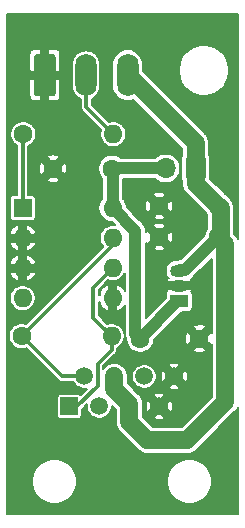
<source format=gbr>
G04 #@! TF.GenerationSoftware,KiCad,Pcbnew,(5.1.5)-3*
G04 #@! TF.CreationDate,2020-04-18T22:31:02-04:00*
G04 #@! TF.ProjectId,Single_Receiver_Out,53696e67-6c65-45f5-9265-636569766572,v1*
G04 #@! TF.SameCoordinates,Original*
G04 #@! TF.FileFunction,Copper,L2,Bot*
G04 #@! TF.FilePolarity,Positive*
%FSLAX46Y46*%
G04 Gerber Fmt 4.6, Leading zero omitted, Abs format (unit mm)*
G04 Created by KiCad (PCBNEW (5.1.5)-3) date 2020-04-18 22:31:02*
%MOMM*%
%LPD*%
G04 APERTURE LIST*
%ADD10O,1.700000X1.700000*%
%ADD11R,1.700000X1.700000*%
%ADD12C,1.600000*%
%ADD13O,1.600000X1.600000*%
%ADD14R,1.500000X1.050000*%
%ADD15O,1.500000X1.050000*%
%ADD16R,1.600000X1.600000*%
%ADD17O,1.800000X3.600000*%
%ADD18C,0.100000*%
%ADD19C,1.500000*%
%ADD20R,1.500000X1.500000*%
%ADD21C,1.000000*%
%ADD22C,1.500000*%
%ADD23C,0.350000*%
%ADD24C,0.200000*%
G04 APERTURE END LIST*
D10*
X58061000Y-124617800D03*
D11*
X60601000Y-124617800D03*
D12*
X60901000Y-139017800D03*
X55901000Y-139017800D03*
X57504960Y-130432840D03*
X62504960Y-130432840D03*
X57504960Y-127801400D03*
X62504960Y-127801400D03*
D13*
X53621000Y-121717800D03*
D12*
X46001000Y-121717800D03*
D14*
X59201000Y-135817800D03*
D15*
X59201000Y-133277800D03*
X59201000Y-134547800D03*
D13*
X53569240Y-127970080D03*
X45949240Y-135590080D03*
X53569240Y-130510080D03*
X45949240Y-133050080D03*
X53569240Y-133050080D03*
X45949240Y-130510080D03*
X53569240Y-135590080D03*
D16*
X45949240Y-127970080D03*
D13*
X53482880Y-138817800D03*
D12*
X45862880Y-138817800D03*
D17*
X54833920Y-116717800D03*
X51333920Y-116717800D03*
G04 #@! TA.AperFunction,ComponentPad*
D18*
G36*
X48508424Y-114919004D02*
G01*
X48532693Y-114922604D01*
X48556491Y-114928565D01*
X48579591Y-114936830D01*
X48601769Y-114947320D01*
X48622813Y-114959933D01*
X48642518Y-114974547D01*
X48660697Y-114991023D01*
X48677173Y-115009202D01*
X48691787Y-115028907D01*
X48704400Y-115049951D01*
X48714890Y-115072129D01*
X48723155Y-115095229D01*
X48729116Y-115119027D01*
X48732716Y-115143296D01*
X48733920Y-115167800D01*
X48733920Y-118267800D01*
X48732716Y-118292304D01*
X48729116Y-118316573D01*
X48723155Y-118340371D01*
X48714890Y-118363471D01*
X48704400Y-118385649D01*
X48691787Y-118406693D01*
X48677173Y-118426398D01*
X48660697Y-118444577D01*
X48642518Y-118461053D01*
X48622813Y-118475667D01*
X48601769Y-118488280D01*
X48579591Y-118498770D01*
X48556491Y-118507035D01*
X48532693Y-118512996D01*
X48508424Y-118516596D01*
X48483920Y-118517800D01*
X47183920Y-118517800D01*
X47159416Y-118516596D01*
X47135147Y-118512996D01*
X47111349Y-118507035D01*
X47088249Y-118498770D01*
X47066071Y-118488280D01*
X47045027Y-118475667D01*
X47025322Y-118461053D01*
X47007143Y-118444577D01*
X46990667Y-118426398D01*
X46976053Y-118406693D01*
X46963440Y-118385649D01*
X46952950Y-118363471D01*
X46944685Y-118340371D01*
X46938724Y-118316573D01*
X46935124Y-118292304D01*
X46933920Y-118267800D01*
X46933920Y-115167800D01*
X46935124Y-115143296D01*
X46938724Y-115119027D01*
X46944685Y-115095229D01*
X46952950Y-115072129D01*
X46963440Y-115049951D01*
X46976053Y-115028907D01*
X46990667Y-115009202D01*
X47007143Y-114991023D01*
X47025322Y-114974547D01*
X47045027Y-114959933D01*
X47066071Y-114947320D01*
X47088249Y-114936830D01*
X47111349Y-114928565D01*
X47135147Y-114922604D01*
X47159416Y-114919004D01*
X47183920Y-114917800D01*
X48483920Y-114917800D01*
X48508424Y-114919004D01*
G37*
G04 #@! TD.AperFunction*
D19*
X58791000Y-142229640D03*
X57521000Y-144769640D03*
X56251000Y-142229640D03*
X54981000Y-144769640D03*
X53711000Y-142229640D03*
X52441000Y-144769640D03*
X51171000Y-142229640D03*
D20*
X49901000Y-144769640D03*
D12*
X48528600Y-124642680D03*
X53528600Y-124642680D03*
D21*
X59045990Y-135872810D02*
X59145990Y-135872810D01*
X55901000Y-139017800D02*
X59045990Y-135872810D01*
X53569240Y-124683320D02*
X53528600Y-124642680D01*
X53569240Y-127970080D02*
X53569240Y-124683320D01*
X53553480Y-124617800D02*
X53528600Y-124642680D01*
X58061000Y-124617800D02*
X53553480Y-124617800D01*
X55501000Y-138617800D02*
X55901000Y-139017800D01*
X53569240Y-127970080D02*
X55501000Y-129901840D01*
X55501000Y-129901840D02*
X55501000Y-138617800D01*
D22*
X60601000Y-122484880D02*
X60601000Y-124617800D01*
X54833920Y-116717800D02*
X60601000Y-122484880D01*
X60601000Y-125897440D02*
X62504960Y-127801400D01*
X60601000Y-124617800D02*
X60601000Y-125897440D01*
X62701000Y-127997440D02*
X62504960Y-127801400D01*
X62504960Y-130432840D02*
X62701000Y-130236800D01*
X62701000Y-130236800D02*
X62701000Y-127997440D01*
X54981000Y-144560300D02*
X54981000Y-144769640D01*
X53711000Y-143290300D02*
X54981000Y-144560300D01*
X53711000Y-142229640D02*
X53711000Y-143290300D01*
X63101000Y-131028880D02*
X62504960Y-130432840D01*
X54981000Y-146097800D02*
X56501000Y-147617800D01*
X56501000Y-147617800D02*
X59901000Y-147617800D01*
X63101000Y-144417800D02*
X63101000Y-131028880D01*
X54981000Y-144769640D02*
X54981000Y-146097800D01*
X59901000Y-147617800D02*
X63101000Y-144417800D01*
D21*
X59715010Y-133222790D02*
X59256010Y-133222790D01*
X62504960Y-130432840D02*
X59715010Y-133222790D01*
D23*
X49274720Y-142229640D02*
X45862880Y-138817800D01*
X53569240Y-131111440D02*
X53569240Y-130510080D01*
X45862880Y-138817800D02*
X53569240Y-131111440D01*
X49274720Y-142229640D02*
X51171000Y-142229640D01*
X50549160Y-144769640D02*
X49901000Y-144769640D01*
X52301000Y-143017800D02*
X50549160Y-144769640D01*
X52301000Y-141131050D02*
X52301000Y-143017800D01*
X53482880Y-138817800D02*
X53482880Y-139949170D01*
X53482880Y-139949170D02*
X52301000Y-141131050D01*
X52682881Y-138017801D02*
X53482880Y-138817800D01*
X51901000Y-137235920D02*
X52682881Y-138017801D01*
X53569240Y-133050080D02*
X51901000Y-134718320D01*
X51901000Y-134718320D02*
X51901000Y-137235920D01*
X45949240Y-121769560D02*
X46001000Y-121717800D01*
X45949240Y-127970080D02*
X45949240Y-121769560D01*
X51333920Y-119430720D02*
X51333920Y-116717800D01*
X53621000Y-121717800D02*
X51333920Y-119430720D01*
D24*
G36*
X64176001Y-130611055D02*
G01*
X64168602Y-130586665D01*
X64061816Y-130386883D01*
X63918107Y-130211773D01*
X63874219Y-130175755D01*
X63851000Y-130152536D01*
X63851000Y-128053921D01*
X63856563Y-127997439D01*
X63851000Y-127940958D01*
X63851000Y-127940948D01*
X63834360Y-127772001D01*
X63768602Y-127555225D01*
X63661816Y-127355443D01*
X63575588Y-127250373D01*
X63568386Y-127232987D01*
X63437061Y-127036445D01*
X63269915Y-126869299D01*
X63073373Y-126737974D01*
X63063994Y-126734089D01*
X61847983Y-125518079D01*
X61852935Y-125467800D01*
X61852935Y-123767800D01*
X61845212Y-123689386D01*
X61822340Y-123613986D01*
X61785197Y-123544497D01*
X61751000Y-123502828D01*
X61751000Y-122541364D01*
X61756563Y-122484880D01*
X61751000Y-122428396D01*
X61751000Y-122428388D01*
X61734360Y-122259441D01*
X61672435Y-122055300D01*
X61668602Y-122042664D01*
X61561816Y-121842883D01*
X61535581Y-121810916D01*
X61418107Y-121667773D01*
X61374226Y-121631761D01*
X56133920Y-116391456D01*
X56133920Y-116106043D01*
X59151000Y-116106043D01*
X59151000Y-116529557D01*
X59233623Y-116944932D01*
X59395695Y-117336207D01*
X59630986Y-117688345D01*
X59930455Y-117987814D01*
X60282593Y-118223105D01*
X60673868Y-118385177D01*
X61089243Y-118467800D01*
X61512757Y-118467800D01*
X61928132Y-118385177D01*
X62319407Y-118223105D01*
X62671545Y-117987814D01*
X62971014Y-117688345D01*
X63206305Y-117336207D01*
X63368377Y-116944932D01*
X63451000Y-116529557D01*
X63451000Y-116106043D01*
X63368377Y-115690668D01*
X63206305Y-115299393D01*
X62971014Y-114947255D01*
X62671545Y-114647786D01*
X62319407Y-114412495D01*
X61928132Y-114250423D01*
X61512757Y-114167800D01*
X61089243Y-114167800D01*
X60673868Y-114250423D01*
X60282593Y-114412495D01*
X59930455Y-114647786D01*
X59630986Y-114947255D01*
X59395695Y-115299393D01*
X59233623Y-115690668D01*
X59151000Y-116106043D01*
X56133920Y-116106043D01*
X56133920Y-115753936D01*
X56115110Y-115562955D01*
X56040775Y-115317904D01*
X55920060Y-115092064D01*
X55757607Y-114894113D01*
X55559655Y-114731660D01*
X55333815Y-114610945D01*
X55088764Y-114536610D01*
X54833920Y-114511510D01*
X54579075Y-114536610D01*
X54334024Y-114610945D01*
X54108184Y-114731660D01*
X53910233Y-114894113D01*
X53747780Y-115092065D01*
X53627065Y-115317905D01*
X53552730Y-115562956D01*
X53533920Y-115753937D01*
X53533920Y-117681664D01*
X53552731Y-117872645D01*
X53627066Y-118117696D01*
X53747781Y-118343536D01*
X53910234Y-118541487D01*
X54108185Y-118703940D01*
X54334025Y-118824655D01*
X54579076Y-118898990D01*
X54833920Y-118924090D01*
X55088765Y-118898990D01*
X55318943Y-118829167D01*
X59451000Y-122961225D01*
X59451000Y-123502827D01*
X59416803Y-123544497D01*
X59379660Y-123613986D01*
X59356788Y-123689386D01*
X59349065Y-123767800D01*
X59349065Y-125467800D01*
X59356788Y-125546214D01*
X59379660Y-125621614D01*
X59416803Y-125691103D01*
X59451000Y-125732772D01*
X59451000Y-125840958D01*
X59445437Y-125897440D01*
X59451000Y-125953922D01*
X59451000Y-125953932D01*
X59467640Y-126122879D01*
X59533398Y-126339655D01*
X59640185Y-126539437D01*
X59783894Y-126714547D01*
X59827776Y-126750560D01*
X61437649Y-128360434D01*
X61441534Y-128369813D01*
X61551001Y-128533642D01*
X61551000Y-129700599D01*
X61441534Y-129864427D01*
X61351076Y-130082813D01*
X61304960Y-130314650D01*
X61304960Y-130360047D01*
X59342218Y-132322790D01*
X59211803Y-132322790D01*
X59079579Y-132335813D01*
X59023581Y-132352800D01*
X58930565Y-132352800D01*
X58794668Y-132366185D01*
X58620305Y-132419077D01*
X58459611Y-132504970D01*
X58318762Y-132620562D01*
X58203170Y-132761411D01*
X58117277Y-132922105D01*
X58064385Y-133096468D01*
X58046525Y-133277800D01*
X58064385Y-133459132D01*
X58117277Y-133633495D01*
X58203170Y-133794189D01*
X58303126Y-133915986D01*
X58295840Y-133922496D01*
X58186918Y-134067204D01*
X58150354Y-134113291D01*
X58201041Y-134247800D01*
X58901000Y-134247800D01*
X58901000Y-134227800D01*
X59501000Y-134227800D01*
X59501000Y-134247800D01*
X60200959Y-134247800D01*
X60251646Y-134113291D01*
X60215082Y-134067204D01*
X60166125Y-134002162D01*
X60217442Y-133974733D01*
X60354485Y-133862265D01*
X60382667Y-133827925D01*
X61951001Y-132259592D01*
X61951000Y-138521921D01*
X61870166Y-138472899D01*
X61325264Y-139017800D01*
X61870166Y-139562701D01*
X61951000Y-139513680D01*
X61951000Y-143941454D01*
X59424656Y-146467800D01*
X56977345Y-146467800D01*
X56211386Y-145701841D01*
X57013063Y-145701841D01*
X57102879Y-145855525D01*
X57322758Y-145916231D01*
X57550256Y-145932874D01*
X57776630Y-145904816D01*
X57939121Y-145855525D01*
X58028937Y-145701841D01*
X57521000Y-145193904D01*
X57013063Y-145701841D01*
X56211386Y-145701841D01*
X56131000Y-145621456D01*
X56131000Y-144798896D01*
X56357766Y-144798896D01*
X56385824Y-145025270D01*
X56435115Y-145187761D01*
X56588799Y-145277577D01*
X57096736Y-144769640D01*
X57945264Y-144769640D01*
X58453201Y-145277577D01*
X58606885Y-145187761D01*
X58667591Y-144967882D01*
X58684234Y-144740384D01*
X58656176Y-144514010D01*
X58606885Y-144351519D01*
X58453201Y-144261703D01*
X57945264Y-144769640D01*
X57096736Y-144769640D01*
X56588799Y-144261703D01*
X56435115Y-144351519D01*
X56374409Y-144571398D01*
X56357766Y-144798896D01*
X56131000Y-144798896D01*
X56131000Y-144616781D01*
X56136563Y-144560299D01*
X56131000Y-144503817D01*
X56131000Y-144503808D01*
X56114360Y-144334861D01*
X56048602Y-144118085D01*
X55941816Y-143918303D01*
X55875453Y-143837439D01*
X57013063Y-143837439D01*
X57521000Y-144345376D01*
X58028937Y-143837439D01*
X57939121Y-143683755D01*
X57719242Y-143623049D01*
X57491744Y-143606406D01*
X57265370Y-143634464D01*
X57102879Y-143683755D01*
X57013063Y-143837439D01*
X55875453Y-143837439D01*
X55798107Y-143743193D01*
X55754231Y-143707185D01*
X54861000Y-142813955D01*
X54861000Y-142126224D01*
X55201000Y-142126224D01*
X55201000Y-142333056D01*
X55241350Y-142535914D01*
X55320502Y-142727002D01*
X55435411Y-142898976D01*
X55581664Y-143045229D01*
X55753638Y-143160138D01*
X55944726Y-143239290D01*
X56147584Y-143279640D01*
X56354416Y-143279640D01*
X56557274Y-143239290D01*
X56744250Y-143161841D01*
X58283063Y-143161841D01*
X58372879Y-143315525D01*
X58592758Y-143376231D01*
X58820256Y-143392874D01*
X59046630Y-143364816D01*
X59209121Y-143315525D01*
X59298937Y-143161841D01*
X58791000Y-142653904D01*
X58283063Y-143161841D01*
X56744250Y-143161841D01*
X56748362Y-143160138D01*
X56920336Y-143045229D01*
X57066589Y-142898976D01*
X57181498Y-142727002D01*
X57260650Y-142535914D01*
X57301000Y-142333056D01*
X57301000Y-142258896D01*
X57627766Y-142258896D01*
X57655824Y-142485270D01*
X57705115Y-142647761D01*
X57858799Y-142737577D01*
X58366736Y-142229640D01*
X59215264Y-142229640D01*
X59723201Y-142737577D01*
X59876885Y-142647761D01*
X59937591Y-142427882D01*
X59954234Y-142200384D01*
X59926176Y-141974010D01*
X59876885Y-141811519D01*
X59723201Y-141721703D01*
X59215264Y-142229640D01*
X58366736Y-142229640D01*
X57858799Y-141721703D01*
X57705115Y-141811519D01*
X57644409Y-142031398D01*
X57627766Y-142258896D01*
X57301000Y-142258896D01*
X57301000Y-142126224D01*
X57260650Y-141923366D01*
X57181498Y-141732278D01*
X57066589Y-141560304D01*
X56920336Y-141414051D01*
X56748362Y-141299142D01*
X56744251Y-141297439D01*
X58283063Y-141297439D01*
X58791000Y-141805376D01*
X59298937Y-141297439D01*
X59209121Y-141143755D01*
X58989242Y-141083049D01*
X58761744Y-141066406D01*
X58535370Y-141094464D01*
X58372879Y-141143755D01*
X58283063Y-141297439D01*
X56744251Y-141297439D01*
X56557274Y-141219990D01*
X56354416Y-141179640D01*
X56147584Y-141179640D01*
X55944726Y-141219990D01*
X55753638Y-141299142D01*
X55581664Y-141414051D01*
X55435411Y-141560304D01*
X55320502Y-141732278D01*
X55241350Y-141923366D01*
X55201000Y-142126224D01*
X54861000Y-142126224D01*
X54861000Y-142116375D01*
X54849924Y-142060692D01*
X54844360Y-142004201D01*
X54827882Y-141949881D01*
X54816806Y-141894197D01*
X54795080Y-141841747D01*
X54778602Y-141787425D01*
X54751840Y-141737357D01*
X54730116Y-141684911D01*
X54698578Y-141637710D01*
X54671816Y-141587643D01*
X54635803Y-141543761D01*
X54604263Y-141496558D01*
X54564120Y-141456415D01*
X54528107Y-141412533D01*
X54484226Y-141376521D01*
X54444082Y-141336377D01*
X54396875Y-141304835D01*
X54352996Y-141268824D01*
X54302934Y-141242065D01*
X54255729Y-141210524D01*
X54203278Y-141188798D01*
X54153214Y-141162038D01*
X54098895Y-141145561D01*
X54046443Y-141123834D01*
X53990756Y-141112757D01*
X53936438Y-141096280D01*
X53879949Y-141090716D01*
X53824265Y-141079640D01*
X53767491Y-141079640D01*
X53711000Y-141074076D01*
X53654508Y-141079640D01*
X53597735Y-141079640D01*
X53542052Y-141090716D01*
X53485561Y-141096280D01*
X53431241Y-141112758D01*
X53375557Y-141123834D01*
X53323107Y-141145560D01*
X53268785Y-141162038D01*
X53218717Y-141188800D01*
X53166271Y-141210524D01*
X53119070Y-141242062D01*
X53069003Y-141268824D01*
X53025121Y-141304837D01*
X52977918Y-141336377D01*
X52937775Y-141376520D01*
X52893893Y-141412533D01*
X52857881Y-141456414D01*
X52817737Y-141496558D01*
X52786195Y-141543765D01*
X52776000Y-141556187D01*
X52776000Y-141327800D01*
X53802257Y-140301545D01*
X53820381Y-140286671D01*
X53879739Y-140214343D01*
X53923846Y-140131824D01*
X53951007Y-140042286D01*
X53957880Y-139972502D01*
X53960178Y-139949170D01*
X53957880Y-139925838D01*
X53957880Y-139811679D01*
X54003925Y-139792607D01*
X54184089Y-139672225D01*
X54337305Y-139519009D01*
X54457687Y-139338845D01*
X54540607Y-139138658D01*
X54582880Y-138926141D01*
X54582880Y-138709459D01*
X54540607Y-138496942D01*
X54457687Y-138296755D01*
X54337305Y-138116591D01*
X54184089Y-137963375D01*
X54003925Y-137842993D01*
X53803738Y-137760073D01*
X53591221Y-137717800D01*
X53374539Y-137717800D01*
X53162022Y-137760073D01*
X53115976Y-137779146D01*
X53035264Y-137698434D01*
X53035255Y-137698423D01*
X52376000Y-137039170D01*
X52376000Y-135890082D01*
X52504704Y-135890082D01*
X52460421Y-136069439D01*
X52554631Y-136245722D01*
X52702036Y-136431064D01*
X52882767Y-136584088D01*
X53089879Y-136698913D01*
X53269240Y-136658250D01*
X53269240Y-135890080D01*
X53249240Y-135890080D01*
X53249240Y-135290080D01*
X53269240Y-135290080D01*
X53269240Y-134521910D01*
X53089879Y-134481247D01*
X52882767Y-134596072D01*
X52702036Y-134749096D01*
X52554631Y-134934438D01*
X52460421Y-135110721D01*
X52504704Y-135290078D01*
X52376000Y-135290078D01*
X52376000Y-134915070D01*
X53202337Y-134088734D01*
X53248382Y-134107807D01*
X53460899Y-134150080D01*
X53677581Y-134150080D01*
X53890098Y-134107807D01*
X54090285Y-134024887D01*
X54270449Y-133904505D01*
X54423665Y-133751289D01*
X54544047Y-133571125D01*
X54601000Y-133433627D01*
X54601001Y-134966532D01*
X54583849Y-134934438D01*
X54436444Y-134749096D01*
X54255713Y-134596072D01*
X54048601Y-134481247D01*
X53869240Y-134521910D01*
X53869240Y-135290080D01*
X53889240Y-135290080D01*
X53889240Y-135890080D01*
X53869240Y-135890080D01*
X53869240Y-136658250D01*
X54048601Y-136698913D01*
X54255713Y-136584088D01*
X54436444Y-136431064D01*
X54583849Y-136245722D01*
X54601001Y-136213628D01*
X54601001Y-138573583D01*
X54596646Y-138617800D01*
X54614023Y-138794230D01*
X54665487Y-138963881D01*
X54701000Y-139030322D01*
X54701000Y-139135990D01*
X54747116Y-139367827D01*
X54837574Y-139586213D01*
X54968899Y-139782755D01*
X55136045Y-139949901D01*
X55332587Y-140081226D01*
X55550973Y-140171684D01*
X55782810Y-140217800D01*
X56019190Y-140217800D01*
X56251027Y-140171684D01*
X56469413Y-140081226D01*
X56610483Y-139986966D01*
X60356099Y-139986966D01*
X60452358Y-140145693D01*
X60681020Y-140211546D01*
X60918136Y-140231525D01*
X61154593Y-140204860D01*
X61349642Y-140145693D01*
X61445901Y-139986966D01*
X60901000Y-139442064D01*
X60356099Y-139986966D01*
X56610483Y-139986966D01*
X56665955Y-139949901D01*
X56833101Y-139782755D01*
X56964426Y-139586213D01*
X57054884Y-139367827D01*
X57101000Y-139135990D01*
X57101000Y-139090592D01*
X57156656Y-139034936D01*
X59687275Y-139034936D01*
X59713940Y-139271393D01*
X59773107Y-139466442D01*
X59931834Y-139562701D01*
X60476736Y-139017800D01*
X59931834Y-138472899D01*
X59773107Y-138569158D01*
X59707254Y-138797820D01*
X59687275Y-139034936D01*
X57156656Y-139034936D01*
X58142958Y-138048634D01*
X60356099Y-138048634D01*
X60901000Y-138593536D01*
X61445901Y-138048634D01*
X61349642Y-137889907D01*
X61120980Y-137824054D01*
X60883864Y-137804075D01*
X60647407Y-137830740D01*
X60452358Y-137889907D01*
X60356099Y-138048634D01*
X58142958Y-138048634D01*
X59446857Y-136744735D01*
X59951000Y-136744735D01*
X60029414Y-136737012D01*
X60104814Y-136714140D01*
X60174303Y-136676997D01*
X60235211Y-136627011D01*
X60285197Y-136566103D01*
X60322340Y-136496614D01*
X60345212Y-136421214D01*
X60352935Y-136342800D01*
X60352935Y-135292800D01*
X60345212Y-135214386D01*
X60322340Y-135138986D01*
X60285197Y-135069497D01*
X60235211Y-135008589D01*
X60232537Y-135006395D01*
X60251646Y-134982309D01*
X60200959Y-134847800D01*
X59501000Y-134847800D01*
X59501000Y-134867800D01*
X58901000Y-134867800D01*
X58901000Y-134847800D01*
X58201041Y-134847800D01*
X58150354Y-134982309D01*
X58169463Y-135006395D01*
X58166789Y-135008589D01*
X58116803Y-135069497D01*
X58079660Y-135138986D01*
X58056788Y-135214386D01*
X58049065Y-135292800D01*
X58049065Y-135596943D01*
X56401000Y-137245008D01*
X56401000Y-131402006D01*
X56960059Y-131402006D01*
X57056318Y-131560733D01*
X57284980Y-131626586D01*
X57522096Y-131646565D01*
X57758553Y-131619900D01*
X57953602Y-131560733D01*
X58049861Y-131402006D01*
X57504960Y-130857104D01*
X56960059Y-131402006D01*
X56401000Y-131402006D01*
X56401000Y-130895996D01*
X56535794Y-130977741D01*
X57080696Y-130432840D01*
X57929224Y-130432840D01*
X58474126Y-130977741D01*
X58632853Y-130881482D01*
X58698706Y-130652820D01*
X58718685Y-130415704D01*
X58692020Y-130179247D01*
X58632853Y-129984198D01*
X58474126Y-129887939D01*
X57929224Y-130432840D01*
X57080696Y-130432840D01*
X56535794Y-129887939D01*
X56401000Y-129969684D01*
X56401000Y-129946043D01*
X56405354Y-129901839D01*
X56394670Y-129793366D01*
X56387977Y-129725409D01*
X56336514Y-129555759D01*
X56287294Y-129463674D01*
X56960059Y-129463674D01*
X57504960Y-130008576D01*
X58049861Y-129463674D01*
X57953602Y-129304947D01*
X57724940Y-129239094D01*
X57487824Y-129219115D01*
X57251367Y-129245780D01*
X57056318Y-129304947D01*
X56960059Y-129463674D01*
X56287294Y-129463674D01*
X56252943Y-129399408D01*
X56175421Y-129304947D01*
X56168655Y-129296702D01*
X56168653Y-129296700D01*
X56140475Y-129262365D01*
X56106141Y-129234188D01*
X55642519Y-128770566D01*
X56960059Y-128770566D01*
X57056318Y-128929293D01*
X57284980Y-128995146D01*
X57522096Y-129015125D01*
X57758553Y-128988460D01*
X57953602Y-128929293D01*
X58049861Y-128770566D01*
X57504960Y-128225664D01*
X56960059Y-128770566D01*
X55642519Y-128770566D01*
X54769240Y-127897288D01*
X54769240Y-127851890D01*
X54762606Y-127818536D01*
X56291235Y-127818536D01*
X56317900Y-128054993D01*
X56377067Y-128250042D01*
X56535794Y-128346301D01*
X57080696Y-127801400D01*
X57929224Y-127801400D01*
X58474126Y-128346301D01*
X58632853Y-128250042D01*
X58698706Y-128021380D01*
X58718685Y-127784264D01*
X58692020Y-127547807D01*
X58632853Y-127352758D01*
X58474126Y-127256499D01*
X57929224Y-127801400D01*
X57080696Y-127801400D01*
X56535794Y-127256499D01*
X56377067Y-127352758D01*
X56311214Y-127581420D01*
X56291235Y-127818536D01*
X54762606Y-127818536D01*
X54723124Y-127620053D01*
X54632666Y-127401667D01*
X54501341Y-127205125D01*
X54469240Y-127173024D01*
X54469240Y-126832234D01*
X56960059Y-126832234D01*
X57504960Y-127377136D01*
X58049861Y-126832234D01*
X57953602Y-126673507D01*
X57724940Y-126607654D01*
X57487824Y-126587675D01*
X57251367Y-126614340D01*
X57056318Y-126673507D01*
X56960059Y-126832234D01*
X54469240Y-126832234D01*
X54469240Y-125517800D01*
X57193234Y-125517800D01*
X57264172Y-125588738D01*
X57468903Y-125725535D01*
X57696389Y-125819763D01*
X57937886Y-125867800D01*
X58184114Y-125867800D01*
X58425611Y-125819763D01*
X58653097Y-125725535D01*
X58857828Y-125588738D01*
X59031938Y-125414628D01*
X59168735Y-125209897D01*
X59262963Y-124982411D01*
X59311000Y-124740914D01*
X59311000Y-124494686D01*
X59262963Y-124253189D01*
X59168735Y-124025703D01*
X59031938Y-123820972D01*
X58857828Y-123646862D01*
X58653097Y-123510065D01*
X58425611Y-123415837D01*
X58184114Y-123367800D01*
X57937886Y-123367800D01*
X57696389Y-123415837D01*
X57468903Y-123510065D01*
X57264172Y-123646862D01*
X57193234Y-123717800D01*
X54300776Y-123717800D01*
X54293555Y-123710579D01*
X54097013Y-123579254D01*
X53878627Y-123488796D01*
X53646790Y-123442680D01*
X53410410Y-123442680D01*
X53178573Y-123488796D01*
X52960187Y-123579254D01*
X52763645Y-123710579D01*
X52596499Y-123877725D01*
X52465174Y-124074267D01*
X52374716Y-124292653D01*
X52328600Y-124524490D01*
X52328600Y-124760870D01*
X52374716Y-124992707D01*
X52465174Y-125211093D01*
X52596499Y-125407635D01*
X52669241Y-125480377D01*
X52669240Y-127173024D01*
X52637139Y-127205125D01*
X52505814Y-127401667D01*
X52415356Y-127620053D01*
X52369240Y-127851890D01*
X52369240Y-128088270D01*
X52415356Y-128320107D01*
X52505814Y-128538493D01*
X52637139Y-128735035D01*
X52804285Y-128902181D01*
X53000827Y-129033506D01*
X53219213Y-129123964D01*
X53451050Y-129170080D01*
X53496448Y-129170080D01*
X53751065Y-129424697D01*
X53677581Y-129410080D01*
X53460899Y-129410080D01*
X53248382Y-129452353D01*
X53048195Y-129535273D01*
X52868031Y-129655655D01*
X52714815Y-129808871D01*
X52594433Y-129989035D01*
X52511513Y-130189222D01*
X52469240Y-130401739D01*
X52469240Y-130618421D01*
X52511513Y-130830938D01*
X52594433Y-131031125D01*
X52714815Y-131211289D01*
X52756227Y-131252701D01*
X46229784Y-137779146D01*
X46183738Y-137760073D01*
X45971221Y-137717800D01*
X45754539Y-137717800D01*
X45542022Y-137760073D01*
X45341835Y-137842993D01*
X45161671Y-137963375D01*
X45008455Y-138116591D01*
X44888073Y-138296755D01*
X44805153Y-138496942D01*
X44762880Y-138709459D01*
X44762880Y-138926141D01*
X44805153Y-139138658D01*
X44888073Y-139338845D01*
X45008455Y-139519009D01*
X45161671Y-139672225D01*
X45341835Y-139792607D01*
X45542022Y-139875527D01*
X45754539Y-139917800D01*
X45971221Y-139917800D01*
X46183738Y-139875527D01*
X46229784Y-139856454D01*
X48922341Y-142549012D01*
X48937219Y-142567141D01*
X49009547Y-142626499D01*
X49092066Y-142670606D01*
X49154442Y-142689528D01*
X49181603Y-142697767D01*
X49274719Y-142706938D01*
X49298051Y-142704640D01*
X50231239Y-142704640D01*
X50240502Y-142727002D01*
X50355411Y-142898976D01*
X50501664Y-143045229D01*
X50673638Y-143160138D01*
X50864726Y-143239290D01*
X51067584Y-143279640D01*
X51274416Y-143279640D01*
X51390498Y-143256550D01*
X50851201Y-143795848D01*
X50818477Y-143768993D01*
X50766360Y-143741136D01*
X50709810Y-143723981D01*
X50651000Y-143718189D01*
X49151000Y-143718189D01*
X49092190Y-143723981D01*
X49035640Y-143741136D01*
X48983523Y-143768993D01*
X48937842Y-143806482D01*
X48900353Y-143852163D01*
X48872496Y-143904280D01*
X48855341Y-143960830D01*
X48849549Y-144019640D01*
X48849549Y-145519640D01*
X48855341Y-145578450D01*
X48872496Y-145635000D01*
X48900353Y-145687117D01*
X48937842Y-145732798D01*
X48983523Y-145770287D01*
X49035640Y-145798144D01*
X49092190Y-145815299D01*
X49151000Y-145821091D01*
X50651000Y-145821091D01*
X50709810Y-145815299D01*
X50766360Y-145798144D01*
X50818477Y-145770287D01*
X50864158Y-145732798D01*
X50901647Y-145687117D01*
X50929504Y-145635000D01*
X50946659Y-145578450D01*
X50952451Y-145519640D01*
X50952451Y-145038099D01*
X51407555Y-144582996D01*
X51391000Y-144666224D01*
X51391000Y-144873056D01*
X51431350Y-145075914D01*
X51510502Y-145267002D01*
X51625411Y-145438976D01*
X51771664Y-145585229D01*
X51943638Y-145700138D01*
X52134726Y-145779290D01*
X52337584Y-145819640D01*
X52544416Y-145819640D01*
X52747274Y-145779290D01*
X52938362Y-145700138D01*
X53110336Y-145585229D01*
X53256589Y-145438976D01*
X53371498Y-145267002D01*
X53450650Y-145075914D01*
X53491000Y-144873056D01*
X53491000Y-144696645D01*
X53831000Y-145036645D01*
X53831000Y-146041318D01*
X53825437Y-146097800D01*
X53831000Y-146154282D01*
X53831000Y-146154292D01*
X53847640Y-146323239D01*
X53913398Y-146540015D01*
X54020185Y-146739797D01*
X54163894Y-146914907D01*
X54207776Y-146950920D01*
X55647880Y-148391025D01*
X55683893Y-148434907D01*
X55727773Y-148470918D01*
X55859003Y-148578616D01*
X56058784Y-148685402D01*
X56275561Y-148751160D01*
X56501000Y-148773364D01*
X56557492Y-148767800D01*
X59844518Y-148767800D01*
X59901000Y-148773363D01*
X59957482Y-148767800D01*
X59957492Y-148767800D01*
X60126439Y-148751160D01*
X60343215Y-148685402D01*
X60542997Y-148578616D01*
X60718107Y-148434907D01*
X60754124Y-148391020D01*
X63874231Y-145270915D01*
X63918107Y-145234907D01*
X63998470Y-145136985D01*
X64061815Y-145059798D01*
X64061816Y-145059797D01*
X64168602Y-144860015D01*
X64176000Y-144835626D01*
X64176000Y-153892800D01*
X44626000Y-153892800D01*
X44626000Y-150932506D01*
X46731000Y-150932506D01*
X46731000Y-151306774D01*
X46804016Y-151673849D01*
X46947242Y-152019627D01*
X47155174Y-152330819D01*
X47419821Y-152595466D01*
X47731013Y-152803398D01*
X48076791Y-152946624D01*
X48443866Y-153019640D01*
X48818134Y-153019640D01*
X49185209Y-152946624D01*
X49530987Y-152803398D01*
X49842179Y-152595466D01*
X50106826Y-152330819D01*
X50314758Y-152019627D01*
X50457984Y-151673849D01*
X50531000Y-151306774D01*
X50531000Y-150932506D01*
X58161000Y-150932506D01*
X58161000Y-151306774D01*
X58234016Y-151673849D01*
X58377242Y-152019627D01*
X58585174Y-152330819D01*
X58849821Y-152595466D01*
X59161013Y-152803398D01*
X59506791Y-152946624D01*
X59873866Y-153019640D01*
X60248134Y-153019640D01*
X60615209Y-152946624D01*
X60960987Y-152803398D01*
X61272179Y-152595466D01*
X61536826Y-152330819D01*
X61744758Y-152019627D01*
X61887984Y-151673849D01*
X61961000Y-151306774D01*
X61961000Y-150932506D01*
X61887984Y-150565431D01*
X61744758Y-150219653D01*
X61536826Y-149908461D01*
X61272179Y-149643814D01*
X60960987Y-149435882D01*
X60615209Y-149292656D01*
X60248134Y-149219640D01*
X59873866Y-149219640D01*
X59506791Y-149292656D01*
X59161013Y-149435882D01*
X58849821Y-149643814D01*
X58585174Y-149908461D01*
X58377242Y-150219653D01*
X58234016Y-150565431D01*
X58161000Y-150932506D01*
X50531000Y-150932506D01*
X50457984Y-150565431D01*
X50314758Y-150219653D01*
X50106826Y-149908461D01*
X49842179Y-149643814D01*
X49530987Y-149435882D01*
X49185209Y-149292656D01*
X48818134Y-149219640D01*
X48443866Y-149219640D01*
X48076791Y-149292656D01*
X47731013Y-149435882D01*
X47419821Y-149643814D01*
X47155174Y-149908461D01*
X46947242Y-150219653D01*
X46804016Y-150565431D01*
X46731000Y-150932506D01*
X44626000Y-150932506D01*
X44626000Y-135481739D01*
X44849240Y-135481739D01*
X44849240Y-135698421D01*
X44891513Y-135910938D01*
X44974433Y-136111125D01*
X45094815Y-136291289D01*
X45248031Y-136444505D01*
X45428195Y-136564887D01*
X45628382Y-136647807D01*
X45840899Y-136690080D01*
X46057581Y-136690080D01*
X46270098Y-136647807D01*
X46470285Y-136564887D01*
X46650449Y-136444505D01*
X46803665Y-136291289D01*
X46924047Y-136111125D01*
X47006967Y-135910938D01*
X47049240Y-135698421D01*
X47049240Y-135481739D01*
X47006967Y-135269222D01*
X46924047Y-135069035D01*
X46803665Y-134888871D01*
X46650449Y-134735655D01*
X46470285Y-134615273D01*
X46270098Y-134532353D01*
X46057581Y-134490080D01*
X45840899Y-134490080D01*
X45628382Y-134532353D01*
X45428195Y-134615273D01*
X45248031Y-134735655D01*
X45094815Y-134888871D01*
X44974433Y-135069035D01*
X44891513Y-135269222D01*
X44849240Y-135481739D01*
X44626000Y-135481739D01*
X44626000Y-133529439D01*
X44840421Y-133529439D01*
X44934631Y-133705722D01*
X45082036Y-133891064D01*
X45262767Y-134044088D01*
X45469879Y-134158913D01*
X45649240Y-134118250D01*
X45649240Y-133350080D01*
X46249240Y-133350080D01*
X46249240Y-134118250D01*
X46428601Y-134158913D01*
X46635713Y-134044088D01*
X46816444Y-133891064D01*
X46963849Y-133705722D01*
X47058059Y-133529439D01*
X47013776Y-133350080D01*
X46249240Y-133350080D01*
X45649240Y-133350080D01*
X44884704Y-133350080D01*
X44840421Y-133529439D01*
X44626000Y-133529439D01*
X44626000Y-132570721D01*
X44840421Y-132570721D01*
X44884704Y-132750080D01*
X45649240Y-132750080D01*
X45649240Y-131981910D01*
X46249240Y-131981910D01*
X46249240Y-132750080D01*
X47013776Y-132750080D01*
X47058059Y-132570721D01*
X46963849Y-132394438D01*
X46816444Y-132209096D01*
X46635713Y-132056072D01*
X46428601Y-131941247D01*
X46249240Y-131981910D01*
X45649240Y-131981910D01*
X45469879Y-131941247D01*
X45262767Y-132056072D01*
X45082036Y-132209096D01*
X44934631Y-132394438D01*
X44840421Y-132570721D01*
X44626000Y-132570721D01*
X44626000Y-130989439D01*
X44840421Y-130989439D01*
X44934631Y-131165722D01*
X45082036Y-131351064D01*
X45262767Y-131504088D01*
X45469879Y-131618913D01*
X45649240Y-131578250D01*
X45649240Y-130810080D01*
X46249240Y-130810080D01*
X46249240Y-131578250D01*
X46428601Y-131618913D01*
X46635713Y-131504088D01*
X46816444Y-131351064D01*
X46963849Y-131165722D01*
X47058059Y-130989439D01*
X47013776Y-130810080D01*
X46249240Y-130810080D01*
X45649240Y-130810080D01*
X44884704Y-130810080D01*
X44840421Y-130989439D01*
X44626000Y-130989439D01*
X44626000Y-130030721D01*
X44840421Y-130030721D01*
X44884704Y-130210080D01*
X45649240Y-130210080D01*
X45649240Y-129441910D01*
X46249240Y-129441910D01*
X46249240Y-130210080D01*
X47013776Y-130210080D01*
X47058059Y-130030721D01*
X46963849Y-129854438D01*
X46816444Y-129669096D01*
X46635713Y-129516072D01*
X46428601Y-129401247D01*
X46249240Y-129441910D01*
X45649240Y-129441910D01*
X45469879Y-129401247D01*
X45262767Y-129516072D01*
X45082036Y-129669096D01*
X44934631Y-129854438D01*
X44840421Y-130030721D01*
X44626000Y-130030721D01*
X44626000Y-127170080D01*
X44847789Y-127170080D01*
X44847789Y-128770080D01*
X44853581Y-128828890D01*
X44870736Y-128885440D01*
X44898593Y-128937557D01*
X44936082Y-128983238D01*
X44981763Y-129020727D01*
X45033880Y-129048584D01*
X45090430Y-129065739D01*
X45149240Y-129071531D01*
X46749240Y-129071531D01*
X46808050Y-129065739D01*
X46864600Y-129048584D01*
X46916717Y-129020727D01*
X46962398Y-128983238D01*
X46999887Y-128937557D01*
X47027744Y-128885440D01*
X47044899Y-128828890D01*
X47050691Y-128770080D01*
X47050691Y-127170080D01*
X47044899Y-127111270D01*
X47027744Y-127054720D01*
X46999887Y-127002603D01*
X46962398Y-126956922D01*
X46916717Y-126919433D01*
X46864600Y-126891576D01*
X46808050Y-126874421D01*
X46749240Y-126868629D01*
X46424240Y-126868629D01*
X46424240Y-125611846D01*
X47983699Y-125611846D01*
X48079958Y-125770573D01*
X48308620Y-125836426D01*
X48545736Y-125856405D01*
X48782193Y-125829740D01*
X48977242Y-125770573D01*
X49073501Y-125611846D01*
X48528600Y-125066944D01*
X47983699Y-125611846D01*
X46424240Y-125611846D01*
X46424240Y-124659816D01*
X47314875Y-124659816D01*
X47341540Y-124896273D01*
X47400707Y-125091322D01*
X47559434Y-125187581D01*
X48104336Y-124642680D01*
X48952864Y-124642680D01*
X49497766Y-125187581D01*
X49656493Y-125091322D01*
X49722346Y-124862660D01*
X49742325Y-124625544D01*
X49715660Y-124389087D01*
X49656493Y-124194038D01*
X49497766Y-124097779D01*
X48952864Y-124642680D01*
X48104336Y-124642680D01*
X47559434Y-124097779D01*
X47400707Y-124194038D01*
X47334854Y-124422700D01*
X47314875Y-124659816D01*
X46424240Y-124659816D01*
X46424240Y-123673514D01*
X47983699Y-123673514D01*
X48528600Y-124218416D01*
X49073501Y-123673514D01*
X48977242Y-123514787D01*
X48748580Y-123448934D01*
X48511464Y-123428955D01*
X48275007Y-123455620D01*
X48079958Y-123514787D01*
X47983699Y-123673514D01*
X46424240Y-123673514D01*
X46424240Y-122733119D01*
X46522045Y-122692607D01*
X46702209Y-122572225D01*
X46855425Y-122419009D01*
X46975807Y-122238845D01*
X47058727Y-122038658D01*
X47101000Y-121826141D01*
X47101000Y-121609459D01*
X47058727Y-121396942D01*
X46975807Y-121196755D01*
X46855425Y-121016591D01*
X46702209Y-120863375D01*
X46522045Y-120742993D01*
X46321858Y-120660073D01*
X46109341Y-120617800D01*
X45892659Y-120617800D01*
X45680142Y-120660073D01*
X45479955Y-120742993D01*
X45299791Y-120863375D01*
X45146575Y-121016591D01*
X45026193Y-121196755D01*
X44943273Y-121396942D01*
X44901000Y-121609459D01*
X44901000Y-121826141D01*
X44943273Y-122038658D01*
X45026193Y-122238845D01*
X45146575Y-122419009D01*
X45299791Y-122572225D01*
X45474241Y-122688789D01*
X45474240Y-126868629D01*
X45149240Y-126868629D01*
X45090430Y-126874421D01*
X45033880Y-126891576D01*
X44981763Y-126919433D01*
X44936082Y-126956922D01*
X44898593Y-127002603D01*
X44870736Y-127054720D01*
X44853581Y-127111270D01*
X44847789Y-127170080D01*
X44626000Y-127170080D01*
X44626000Y-118517800D01*
X46523946Y-118517800D01*
X46531824Y-118597782D01*
X46555153Y-118674690D01*
X46593039Y-118745569D01*
X46644025Y-118807695D01*
X46706151Y-118858681D01*
X46777030Y-118896567D01*
X46853938Y-118919896D01*
X46933920Y-118927774D01*
X47431920Y-118925800D01*
X47533920Y-118823800D01*
X47533920Y-117017800D01*
X48133920Y-117017800D01*
X48133920Y-118823800D01*
X48235920Y-118925800D01*
X48733920Y-118927774D01*
X48813902Y-118919896D01*
X48890810Y-118896567D01*
X48961689Y-118858681D01*
X49023815Y-118807695D01*
X49074801Y-118745569D01*
X49112687Y-118674690D01*
X49136016Y-118597782D01*
X49143894Y-118517800D01*
X49141920Y-117119800D01*
X49039920Y-117017800D01*
X48133920Y-117017800D01*
X47533920Y-117017800D01*
X46627920Y-117017800D01*
X46525920Y-117119800D01*
X46523946Y-118517800D01*
X44626000Y-118517800D01*
X44626000Y-114917800D01*
X46523946Y-114917800D01*
X46525920Y-116315800D01*
X46627920Y-116417800D01*
X47533920Y-116417800D01*
X47533920Y-114611800D01*
X48133920Y-114611800D01*
X48133920Y-116417800D01*
X49039920Y-116417800D01*
X49141920Y-116315800D01*
X49142706Y-115758851D01*
X50133920Y-115758851D01*
X50133920Y-117676750D01*
X50151284Y-117853041D01*
X50219902Y-118079242D01*
X50331330Y-118287710D01*
X50481287Y-118470434D01*
X50664011Y-118620391D01*
X50858920Y-118724572D01*
X50858920Y-119407388D01*
X50856622Y-119430720D01*
X50858920Y-119454051D01*
X50865793Y-119523835D01*
X50892954Y-119613373D01*
X50937061Y-119695893D01*
X50996419Y-119768221D01*
X51014554Y-119783104D01*
X52582345Y-121350897D01*
X52563273Y-121396942D01*
X52521000Y-121609459D01*
X52521000Y-121826141D01*
X52563273Y-122038658D01*
X52646193Y-122238845D01*
X52766575Y-122419009D01*
X52919791Y-122572225D01*
X53099955Y-122692607D01*
X53300142Y-122775527D01*
X53512659Y-122817800D01*
X53729341Y-122817800D01*
X53941858Y-122775527D01*
X54142045Y-122692607D01*
X54322209Y-122572225D01*
X54475425Y-122419009D01*
X54595807Y-122238845D01*
X54678727Y-122038658D01*
X54721000Y-121826141D01*
X54721000Y-121609459D01*
X54678727Y-121396942D01*
X54595807Y-121196755D01*
X54475425Y-121016591D01*
X54322209Y-120863375D01*
X54142045Y-120742993D01*
X53941858Y-120660073D01*
X53729341Y-120617800D01*
X53512659Y-120617800D01*
X53300142Y-120660073D01*
X53254097Y-120679145D01*
X51808920Y-119233970D01*
X51808920Y-118724572D01*
X52003830Y-118620391D01*
X52186554Y-118470434D01*
X52336511Y-118287710D01*
X52447939Y-118079242D01*
X52516557Y-117853041D01*
X52533920Y-117676750D01*
X52533920Y-115758850D01*
X52516557Y-115582559D01*
X52447939Y-115356358D01*
X52336511Y-115147890D01*
X52186554Y-114965166D01*
X52003829Y-114815209D01*
X51795361Y-114703781D01*
X51569160Y-114635163D01*
X51333920Y-114611994D01*
X51098679Y-114635163D01*
X50872478Y-114703781D01*
X50664010Y-114815209D01*
X50481286Y-114965166D01*
X50331329Y-115147891D01*
X50219901Y-115356359D01*
X50151283Y-115582560D01*
X50133920Y-115758851D01*
X49142706Y-115758851D01*
X49143894Y-114917800D01*
X49136016Y-114837818D01*
X49112687Y-114760910D01*
X49074801Y-114690031D01*
X49023815Y-114627905D01*
X48961689Y-114576919D01*
X48890810Y-114539033D01*
X48813902Y-114515704D01*
X48733920Y-114507826D01*
X48235920Y-114509800D01*
X48133920Y-114611800D01*
X47533920Y-114611800D01*
X47431920Y-114509800D01*
X46933920Y-114507826D01*
X46853938Y-114515704D01*
X46777030Y-114539033D01*
X46706151Y-114576919D01*
X46644025Y-114627905D01*
X46593039Y-114690031D01*
X46555153Y-114760910D01*
X46531824Y-114837818D01*
X46523946Y-114917800D01*
X44626000Y-114917800D01*
X44626000Y-111542800D01*
X64176001Y-111542800D01*
X64176001Y-130611055D01*
G37*
X64176001Y-130611055D02*
X64168602Y-130586665D01*
X64061816Y-130386883D01*
X63918107Y-130211773D01*
X63874219Y-130175755D01*
X63851000Y-130152536D01*
X63851000Y-128053921D01*
X63856563Y-127997439D01*
X63851000Y-127940958D01*
X63851000Y-127940948D01*
X63834360Y-127772001D01*
X63768602Y-127555225D01*
X63661816Y-127355443D01*
X63575588Y-127250373D01*
X63568386Y-127232987D01*
X63437061Y-127036445D01*
X63269915Y-126869299D01*
X63073373Y-126737974D01*
X63063994Y-126734089D01*
X61847983Y-125518079D01*
X61852935Y-125467800D01*
X61852935Y-123767800D01*
X61845212Y-123689386D01*
X61822340Y-123613986D01*
X61785197Y-123544497D01*
X61751000Y-123502828D01*
X61751000Y-122541364D01*
X61756563Y-122484880D01*
X61751000Y-122428396D01*
X61751000Y-122428388D01*
X61734360Y-122259441D01*
X61672435Y-122055300D01*
X61668602Y-122042664D01*
X61561816Y-121842883D01*
X61535581Y-121810916D01*
X61418107Y-121667773D01*
X61374226Y-121631761D01*
X56133920Y-116391456D01*
X56133920Y-116106043D01*
X59151000Y-116106043D01*
X59151000Y-116529557D01*
X59233623Y-116944932D01*
X59395695Y-117336207D01*
X59630986Y-117688345D01*
X59930455Y-117987814D01*
X60282593Y-118223105D01*
X60673868Y-118385177D01*
X61089243Y-118467800D01*
X61512757Y-118467800D01*
X61928132Y-118385177D01*
X62319407Y-118223105D01*
X62671545Y-117987814D01*
X62971014Y-117688345D01*
X63206305Y-117336207D01*
X63368377Y-116944932D01*
X63451000Y-116529557D01*
X63451000Y-116106043D01*
X63368377Y-115690668D01*
X63206305Y-115299393D01*
X62971014Y-114947255D01*
X62671545Y-114647786D01*
X62319407Y-114412495D01*
X61928132Y-114250423D01*
X61512757Y-114167800D01*
X61089243Y-114167800D01*
X60673868Y-114250423D01*
X60282593Y-114412495D01*
X59930455Y-114647786D01*
X59630986Y-114947255D01*
X59395695Y-115299393D01*
X59233623Y-115690668D01*
X59151000Y-116106043D01*
X56133920Y-116106043D01*
X56133920Y-115753936D01*
X56115110Y-115562955D01*
X56040775Y-115317904D01*
X55920060Y-115092064D01*
X55757607Y-114894113D01*
X55559655Y-114731660D01*
X55333815Y-114610945D01*
X55088764Y-114536610D01*
X54833920Y-114511510D01*
X54579075Y-114536610D01*
X54334024Y-114610945D01*
X54108184Y-114731660D01*
X53910233Y-114894113D01*
X53747780Y-115092065D01*
X53627065Y-115317905D01*
X53552730Y-115562956D01*
X53533920Y-115753937D01*
X53533920Y-117681664D01*
X53552731Y-117872645D01*
X53627066Y-118117696D01*
X53747781Y-118343536D01*
X53910234Y-118541487D01*
X54108185Y-118703940D01*
X54334025Y-118824655D01*
X54579076Y-118898990D01*
X54833920Y-118924090D01*
X55088765Y-118898990D01*
X55318943Y-118829167D01*
X59451000Y-122961225D01*
X59451000Y-123502827D01*
X59416803Y-123544497D01*
X59379660Y-123613986D01*
X59356788Y-123689386D01*
X59349065Y-123767800D01*
X59349065Y-125467800D01*
X59356788Y-125546214D01*
X59379660Y-125621614D01*
X59416803Y-125691103D01*
X59451000Y-125732772D01*
X59451000Y-125840958D01*
X59445437Y-125897440D01*
X59451000Y-125953922D01*
X59451000Y-125953932D01*
X59467640Y-126122879D01*
X59533398Y-126339655D01*
X59640185Y-126539437D01*
X59783894Y-126714547D01*
X59827776Y-126750560D01*
X61437649Y-128360434D01*
X61441534Y-128369813D01*
X61551001Y-128533642D01*
X61551000Y-129700599D01*
X61441534Y-129864427D01*
X61351076Y-130082813D01*
X61304960Y-130314650D01*
X61304960Y-130360047D01*
X59342218Y-132322790D01*
X59211803Y-132322790D01*
X59079579Y-132335813D01*
X59023581Y-132352800D01*
X58930565Y-132352800D01*
X58794668Y-132366185D01*
X58620305Y-132419077D01*
X58459611Y-132504970D01*
X58318762Y-132620562D01*
X58203170Y-132761411D01*
X58117277Y-132922105D01*
X58064385Y-133096468D01*
X58046525Y-133277800D01*
X58064385Y-133459132D01*
X58117277Y-133633495D01*
X58203170Y-133794189D01*
X58303126Y-133915986D01*
X58295840Y-133922496D01*
X58186918Y-134067204D01*
X58150354Y-134113291D01*
X58201041Y-134247800D01*
X58901000Y-134247800D01*
X58901000Y-134227800D01*
X59501000Y-134227800D01*
X59501000Y-134247800D01*
X60200959Y-134247800D01*
X60251646Y-134113291D01*
X60215082Y-134067204D01*
X60166125Y-134002162D01*
X60217442Y-133974733D01*
X60354485Y-133862265D01*
X60382667Y-133827925D01*
X61951001Y-132259592D01*
X61951000Y-138521921D01*
X61870166Y-138472899D01*
X61325264Y-139017800D01*
X61870166Y-139562701D01*
X61951000Y-139513680D01*
X61951000Y-143941454D01*
X59424656Y-146467800D01*
X56977345Y-146467800D01*
X56211386Y-145701841D01*
X57013063Y-145701841D01*
X57102879Y-145855525D01*
X57322758Y-145916231D01*
X57550256Y-145932874D01*
X57776630Y-145904816D01*
X57939121Y-145855525D01*
X58028937Y-145701841D01*
X57521000Y-145193904D01*
X57013063Y-145701841D01*
X56211386Y-145701841D01*
X56131000Y-145621456D01*
X56131000Y-144798896D01*
X56357766Y-144798896D01*
X56385824Y-145025270D01*
X56435115Y-145187761D01*
X56588799Y-145277577D01*
X57096736Y-144769640D01*
X57945264Y-144769640D01*
X58453201Y-145277577D01*
X58606885Y-145187761D01*
X58667591Y-144967882D01*
X58684234Y-144740384D01*
X58656176Y-144514010D01*
X58606885Y-144351519D01*
X58453201Y-144261703D01*
X57945264Y-144769640D01*
X57096736Y-144769640D01*
X56588799Y-144261703D01*
X56435115Y-144351519D01*
X56374409Y-144571398D01*
X56357766Y-144798896D01*
X56131000Y-144798896D01*
X56131000Y-144616781D01*
X56136563Y-144560299D01*
X56131000Y-144503817D01*
X56131000Y-144503808D01*
X56114360Y-144334861D01*
X56048602Y-144118085D01*
X55941816Y-143918303D01*
X55875453Y-143837439D01*
X57013063Y-143837439D01*
X57521000Y-144345376D01*
X58028937Y-143837439D01*
X57939121Y-143683755D01*
X57719242Y-143623049D01*
X57491744Y-143606406D01*
X57265370Y-143634464D01*
X57102879Y-143683755D01*
X57013063Y-143837439D01*
X55875453Y-143837439D01*
X55798107Y-143743193D01*
X55754231Y-143707185D01*
X54861000Y-142813955D01*
X54861000Y-142126224D01*
X55201000Y-142126224D01*
X55201000Y-142333056D01*
X55241350Y-142535914D01*
X55320502Y-142727002D01*
X55435411Y-142898976D01*
X55581664Y-143045229D01*
X55753638Y-143160138D01*
X55944726Y-143239290D01*
X56147584Y-143279640D01*
X56354416Y-143279640D01*
X56557274Y-143239290D01*
X56744250Y-143161841D01*
X58283063Y-143161841D01*
X58372879Y-143315525D01*
X58592758Y-143376231D01*
X58820256Y-143392874D01*
X59046630Y-143364816D01*
X59209121Y-143315525D01*
X59298937Y-143161841D01*
X58791000Y-142653904D01*
X58283063Y-143161841D01*
X56744250Y-143161841D01*
X56748362Y-143160138D01*
X56920336Y-143045229D01*
X57066589Y-142898976D01*
X57181498Y-142727002D01*
X57260650Y-142535914D01*
X57301000Y-142333056D01*
X57301000Y-142258896D01*
X57627766Y-142258896D01*
X57655824Y-142485270D01*
X57705115Y-142647761D01*
X57858799Y-142737577D01*
X58366736Y-142229640D01*
X59215264Y-142229640D01*
X59723201Y-142737577D01*
X59876885Y-142647761D01*
X59937591Y-142427882D01*
X59954234Y-142200384D01*
X59926176Y-141974010D01*
X59876885Y-141811519D01*
X59723201Y-141721703D01*
X59215264Y-142229640D01*
X58366736Y-142229640D01*
X57858799Y-141721703D01*
X57705115Y-141811519D01*
X57644409Y-142031398D01*
X57627766Y-142258896D01*
X57301000Y-142258896D01*
X57301000Y-142126224D01*
X57260650Y-141923366D01*
X57181498Y-141732278D01*
X57066589Y-141560304D01*
X56920336Y-141414051D01*
X56748362Y-141299142D01*
X56744251Y-141297439D01*
X58283063Y-141297439D01*
X58791000Y-141805376D01*
X59298937Y-141297439D01*
X59209121Y-141143755D01*
X58989242Y-141083049D01*
X58761744Y-141066406D01*
X58535370Y-141094464D01*
X58372879Y-141143755D01*
X58283063Y-141297439D01*
X56744251Y-141297439D01*
X56557274Y-141219990D01*
X56354416Y-141179640D01*
X56147584Y-141179640D01*
X55944726Y-141219990D01*
X55753638Y-141299142D01*
X55581664Y-141414051D01*
X55435411Y-141560304D01*
X55320502Y-141732278D01*
X55241350Y-141923366D01*
X55201000Y-142126224D01*
X54861000Y-142126224D01*
X54861000Y-142116375D01*
X54849924Y-142060692D01*
X54844360Y-142004201D01*
X54827882Y-141949881D01*
X54816806Y-141894197D01*
X54795080Y-141841747D01*
X54778602Y-141787425D01*
X54751840Y-141737357D01*
X54730116Y-141684911D01*
X54698578Y-141637710D01*
X54671816Y-141587643D01*
X54635803Y-141543761D01*
X54604263Y-141496558D01*
X54564120Y-141456415D01*
X54528107Y-141412533D01*
X54484226Y-141376521D01*
X54444082Y-141336377D01*
X54396875Y-141304835D01*
X54352996Y-141268824D01*
X54302934Y-141242065D01*
X54255729Y-141210524D01*
X54203278Y-141188798D01*
X54153214Y-141162038D01*
X54098895Y-141145561D01*
X54046443Y-141123834D01*
X53990756Y-141112757D01*
X53936438Y-141096280D01*
X53879949Y-141090716D01*
X53824265Y-141079640D01*
X53767491Y-141079640D01*
X53711000Y-141074076D01*
X53654508Y-141079640D01*
X53597735Y-141079640D01*
X53542052Y-141090716D01*
X53485561Y-141096280D01*
X53431241Y-141112758D01*
X53375557Y-141123834D01*
X53323107Y-141145560D01*
X53268785Y-141162038D01*
X53218717Y-141188800D01*
X53166271Y-141210524D01*
X53119070Y-141242062D01*
X53069003Y-141268824D01*
X53025121Y-141304837D01*
X52977918Y-141336377D01*
X52937775Y-141376520D01*
X52893893Y-141412533D01*
X52857881Y-141456414D01*
X52817737Y-141496558D01*
X52786195Y-141543765D01*
X52776000Y-141556187D01*
X52776000Y-141327800D01*
X53802257Y-140301545D01*
X53820381Y-140286671D01*
X53879739Y-140214343D01*
X53923846Y-140131824D01*
X53951007Y-140042286D01*
X53957880Y-139972502D01*
X53960178Y-139949170D01*
X53957880Y-139925838D01*
X53957880Y-139811679D01*
X54003925Y-139792607D01*
X54184089Y-139672225D01*
X54337305Y-139519009D01*
X54457687Y-139338845D01*
X54540607Y-139138658D01*
X54582880Y-138926141D01*
X54582880Y-138709459D01*
X54540607Y-138496942D01*
X54457687Y-138296755D01*
X54337305Y-138116591D01*
X54184089Y-137963375D01*
X54003925Y-137842993D01*
X53803738Y-137760073D01*
X53591221Y-137717800D01*
X53374539Y-137717800D01*
X53162022Y-137760073D01*
X53115976Y-137779146D01*
X53035264Y-137698434D01*
X53035255Y-137698423D01*
X52376000Y-137039170D01*
X52376000Y-135890082D01*
X52504704Y-135890082D01*
X52460421Y-136069439D01*
X52554631Y-136245722D01*
X52702036Y-136431064D01*
X52882767Y-136584088D01*
X53089879Y-136698913D01*
X53269240Y-136658250D01*
X53269240Y-135890080D01*
X53249240Y-135890080D01*
X53249240Y-135290080D01*
X53269240Y-135290080D01*
X53269240Y-134521910D01*
X53089879Y-134481247D01*
X52882767Y-134596072D01*
X52702036Y-134749096D01*
X52554631Y-134934438D01*
X52460421Y-135110721D01*
X52504704Y-135290078D01*
X52376000Y-135290078D01*
X52376000Y-134915070D01*
X53202337Y-134088734D01*
X53248382Y-134107807D01*
X53460899Y-134150080D01*
X53677581Y-134150080D01*
X53890098Y-134107807D01*
X54090285Y-134024887D01*
X54270449Y-133904505D01*
X54423665Y-133751289D01*
X54544047Y-133571125D01*
X54601000Y-133433627D01*
X54601001Y-134966532D01*
X54583849Y-134934438D01*
X54436444Y-134749096D01*
X54255713Y-134596072D01*
X54048601Y-134481247D01*
X53869240Y-134521910D01*
X53869240Y-135290080D01*
X53889240Y-135290080D01*
X53889240Y-135890080D01*
X53869240Y-135890080D01*
X53869240Y-136658250D01*
X54048601Y-136698913D01*
X54255713Y-136584088D01*
X54436444Y-136431064D01*
X54583849Y-136245722D01*
X54601001Y-136213628D01*
X54601001Y-138573583D01*
X54596646Y-138617800D01*
X54614023Y-138794230D01*
X54665487Y-138963881D01*
X54701000Y-139030322D01*
X54701000Y-139135990D01*
X54747116Y-139367827D01*
X54837574Y-139586213D01*
X54968899Y-139782755D01*
X55136045Y-139949901D01*
X55332587Y-140081226D01*
X55550973Y-140171684D01*
X55782810Y-140217800D01*
X56019190Y-140217800D01*
X56251027Y-140171684D01*
X56469413Y-140081226D01*
X56610483Y-139986966D01*
X60356099Y-139986966D01*
X60452358Y-140145693D01*
X60681020Y-140211546D01*
X60918136Y-140231525D01*
X61154593Y-140204860D01*
X61349642Y-140145693D01*
X61445901Y-139986966D01*
X60901000Y-139442064D01*
X60356099Y-139986966D01*
X56610483Y-139986966D01*
X56665955Y-139949901D01*
X56833101Y-139782755D01*
X56964426Y-139586213D01*
X57054884Y-139367827D01*
X57101000Y-139135990D01*
X57101000Y-139090592D01*
X57156656Y-139034936D01*
X59687275Y-139034936D01*
X59713940Y-139271393D01*
X59773107Y-139466442D01*
X59931834Y-139562701D01*
X60476736Y-139017800D01*
X59931834Y-138472899D01*
X59773107Y-138569158D01*
X59707254Y-138797820D01*
X59687275Y-139034936D01*
X57156656Y-139034936D01*
X58142958Y-138048634D01*
X60356099Y-138048634D01*
X60901000Y-138593536D01*
X61445901Y-138048634D01*
X61349642Y-137889907D01*
X61120980Y-137824054D01*
X60883864Y-137804075D01*
X60647407Y-137830740D01*
X60452358Y-137889907D01*
X60356099Y-138048634D01*
X58142958Y-138048634D01*
X59446857Y-136744735D01*
X59951000Y-136744735D01*
X60029414Y-136737012D01*
X60104814Y-136714140D01*
X60174303Y-136676997D01*
X60235211Y-136627011D01*
X60285197Y-136566103D01*
X60322340Y-136496614D01*
X60345212Y-136421214D01*
X60352935Y-136342800D01*
X60352935Y-135292800D01*
X60345212Y-135214386D01*
X60322340Y-135138986D01*
X60285197Y-135069497D01*
X60235211Y-135008589D01*
X60232537Y-135006395D01*
X60251646Y-134982309D01*
X60200959Y-134847800D01*
X59501000Y-134847800D01*
X59501000Y-134867800D01*
X58901000Y-134867800D01*
X58901000Y-134847800D01*
X58201041Y-134847800D01*
X58150354Y-134982309D01*
X58169463Y-135006395D01*
X58166789Y-135008589D01*
X58116803Y-135069497D01*
X58079660Y-135138986D01*
X58056788Y-135214386D01*
X58049065Y-135292800D01*
X58049065Y-135596943D01*
X56401000Y-137245008D01*
X56401000Y-131402006D01*
X56960059Y-131402006D01*
X57056318Y-131560733D01*
X57284980Y-131626586D01*
X57522096Y-131646565D01*
X57758553Y-131619900D01*
X57953602Y-131560733D01*
X58049861Y-131402006D01*
X57504960Y-130857104D01*
X56960059Y-131402006D01*
X56401000Y-131402006D01*
X56401000Y-130895996D01*
X56535794Y-130977741D01*
X57080696Y-130432840D01*
X57929224Y-130432840D01*
X58474126Y-130977741D01*
X58632853Y-130881482D01*
X58698706Y-130652820D01*
X58718685Y-130415704D01*
X58692020Y-130179247D01*
X58632853Y-129984198D01*
X58474126Y-129887939D01*
X57929224Y-130432840D01*
X57080696Y-130432840D01*
X56535794Y-129887939D01*
X56401000Y-129969684D01*
X56401000Y-129946043D01*
X56405354Y-129901839D01*
X56394670Y-129793366D01*
X56387977Y-129725409D01*
X56336514Y-129555759D01*
X56287294Y-129463674D01*
X56960059Y-129463674D01*
X57504960Y-130008576D01*
X58049861Y-129463674D01*
X57953602Y-129304947D01*
X57724940Y-129239094D01*
X57487824Y-129219115D01*
X57251367Y-129245780D01*
X57056318Y-129304947D01*
X56960059Y-129463674D01*
X56287294Y-129463674D01*
X56252943Y-129399408D01*
X56175421Y-129304947D01*
X56168655Y-129296702D01*
X56168653Y-129296700D01*
X56140475Y-129262365D01*
X56106141Y-129234188D01*
X55642519Y-128770566D01*
X56960059Y-128770566D01*
X57056318Y-128929293D01*
X57284980Y-128995146D01*
X57522096Y-129015125D01*
X57758553Y-128988460D01*
X57953602Y-128929293D01*
X58049861Y-128770566D01*
X57504960Y-128225664D01*
X56960059Y-128770566D01*
X55642519Y-128770566D01*
X54769240Y-127897288D01*
X54769240Y-127851890D01*
X54762606Y-127818536D01*
X56291235Y-127818536D01*
X56317900Y-128054993D01*
X56377067Y-128250042D01*
X56535794Y-128346301D01*
X57080696Y-127801400D01*
X57929224Y-127801400D01*
X58474126Y-128346301D01*
X58632853Y-128250042D01*
X58698706Y-128021380D01*
X58718685Y-127784264D01*
X58692020Y-127547807D01*
X58632853Y-127352758D01*
X58474126Y-127256499D01*
X57929224Y-127801400D01*
X57080696Y-127801400D01*
X56535794Y-127256499D01*
X56377067Y-127352758D01*
X56311214Y-127581420D01*
X56291235Y-127818536D01*
X54762606Y-127818536D01*
X54723124Y-127620053D01*
X54632666Y-127401667D01*
X54501341Y-127205125D01*
X54469240Y-127173024D01*
X54469240Y-126832234D01*
X56960059Y-126832234D01*
X57504960Y-127377136D01*
X58049861Y-126832234D01*
X57953602Y-126673507D01*
X57724940Y-126607654D01*
X57487824Y-126587675D01*
X57251367Y-126614340D01*
X57056318Y-126673507D01*
X56960059Y-126832234D01*
X54469240Y-126832234D01*
X54469240Y-125517800D01*
X57193234Y-125517800D01*
X57264172Y-125588738D01*
X57468903Y-125725535D01*
X57696389Y-125819763D01*
X57937886Y-125867800D01*
X58184114Y-125867800D01*
X58425611Y-125819763D01*
X58653097Y-125725535D01*
X58857828Y-125588738D01*
X59031938Y-125414628D01*
X59168735Y-125209897D01*
X59262963Y-124982411D01*
X59311000Y-124740914D01*
X59311000Y-124494686D01*
X59262963Y-124253189D01*
X59168735Y-124025703D01*
X59031938Y-123820972D01*
X58857828Y-123646862D01*
X58653097Y-123510065D01*
X58425611Y-123415837D01*
X58184114Y-123367800D01*
X57937886Y-123367800D01*
X57696389Y-123415837D01*
X57468903Y-123510065D01*
X57264172Y-123646862D01*
X57193234Y-123717800D01*
X54300776Y-123717800D01*
X54293555Y-123710579D01*
X54097013Y-123579254D01*
X53878627Y-123488796D01*
X53646790Y-123442680D01*
X53410410Y-123442680D01*
X53178573Y-123488796D01*
X52960187Y-123579254D01*
X52763645Y-123710579D01*
X52596499Y-123877725D01*
X52465174Y-124074267D01*
X52374716Y-124292653D01*
X52328600Y-124524490D01*
X52328600Y-124760870D01*
X52374716Y-124992707D01*
X52465174Y-125211093D01*
X52596499Y-125407635D01*
X52669241Y-125480377D01*
X52669240Y-127173024D01*
X52637139Y-127205125D01*
X52505814Y-127401667D01*
X52415356Y-127620053D01*
X52369240Y-127851890D01*
X52369240Y-128088270D01*
X52415356Y-128320107D01*
X52505814Y-128538493D01*
X52637139Y-128735035D01*
X52804285Y-128902181D01*
X53000827Y-129033506D01*
X53219213Y-129123964D01*
X53451050Y-129170080D01*
X53496448Y-129170080D01*
X53751065Y-129424697D01*
X53677581Y-129410080D01*
X53460899Y-129410080D01*
X53248382Y-129452353D01*
X53048195Y-129535273D01*
X52868031Y-129655655D01*
X52714815Y-129808871D01*
X52594433Y-129989035D01*
X52511513Y-130189222D01*
X52469240Y-130401739D01*
X52469240Y-130618421D01*
X52511513Y-130830938D01*
X52594433Y-131031125D01*
X52714815Y-131211289D01*
X52756227Y-131252701D01*
X46229784Y-137779146D01*
X46183738Y-137760073D01*
X45971221Y-137717800D01*
X45754539Y-137717800D01*
X45542022Y-137760073D01*
X45341835Y-137842993D01*
X45161671Y-137963375D01*
X45008455Y-138116591D01*
X44888073Y-138296755D01*
X44805153Y-138496942D01*
X44762880Y-138709459D01*
X44762880Y-138926141D01*
X44805153Y-139138658D01*
X44888073Y-139338845D01*
X45008455Y-139519009D01*
X45161671Y-139672225D01*
X45341835Y-139792607D01*
X45542022Y-139875527D01*
X45754539Y-139917800D01*
X45971221Y-139917800D01*
X46183738Y-139875527D01*
X46229784Y-139856454D01*
X48922341Y-142549012D01*
X48937219Y-142567141D01*
X49009547Y-142626499D01*
X49092066Y-142670606D01*
X49154442Y-142689528D01*
X49181603Y-142697767D01*
X49274719Y-142706938D01*
X49298051Y-142704640D01*
X50231239Y-142704640D01*
X50240502Y-142727002D01*
X50355411Y-142898976D01*
X50501664Y-143045229D01*
X50673638Y-143160138D01*
X50864726Y-143239290D01*
X51067584Y-143279640D01*
X51274416Y-143279640D01*
X51390498Y-143256550D01*
X50851201Y-143795848D01*
X50818477Y-143768993D01*
X50766360Y-143741136D01*
X50709810Y-143723981D01*
X50651000Y-143718189D01*
X49151000Y-143718189D01*
X49092190Y-143723981D01*
X49035640Y-143741136D01*
X48983523Y-143768993D01*
X48937842Y-143806482D01*
X48900353Y-143852163D01*
X48872496Y-143904280D01*
X48855341Y-143960830D01*
X48849549Y-144019640D01*
X48849549Y-145519640D01*
X48855341Y-145578450D01*
X48872496Y-145635000D01*
X48900353Y-145687117D01*
X48937842Y-145732798D01*
X48983523Y-145770287D01*
X49035640Y-145798144D01*
X49092190Y-145815299D01*
X49151000Y-145821091D01*
X50651000Y-145821091D01*
X50709810Y-145815299D01*
X50766360Y-145798144D01*
X50818477Y-145770287D01*
X50864158Y-145732798D01*
X50901647Y-145687117D01*
X50929504Y-145635000D01*
X50946659Y-145578450D01*
X50952451Y-145519640D01*
X50952451Y-145038099D01*
X51407555Y-144582996D01*
X51391000Y-144666224D01*
X51391000Y-144873056D01*
X51431350Y-145075914D01*
X51510502Y-145267002D01*
X51625411Y-145438976D01*
X51771664Y-145585229D01*
X51943638Y-145700138D01*
X52134726Y-145779290D01*
X52337584Y-145819640D01*
X52544416Y-145819640D01*
X52747274Y-145779290D01*
X52938362Y-145700138D01*
X53110336Y-145585229D01*
X53256589Y-145438976D01*
X53371498Y-145267002D01*
X53450650Y-145075914D01*
X53491000Y-144873056D01*
X53491000Y-144696645D01*
X53831000Y-145036645D01*
X53831000Y-146041318D01*
X53825437Y-146097800D01*
X53831000Y-146154282D01*
X53831000Y-146154292D01*
X53847640Y-146323239D01*
X53913398Y-146540015D01*
X54020185Y-146739797D01*
X54163894Y-146914907D01*
X54207776Y-146950920D01*
X55647880Y-148391025D01*
X55683893Y-148434907D01*
X55727773Y-148470918D01*
X55859003Y-148578616D01*
X56058784Y-148685402D01*
X56275561Y-148751160D01*
X56501000Y-148773364D01*
X56557492Y-148767800D01*
X59844518Y-148767800D01*
X59901000Y-148773363D01*
X59957482Y-148767800D01*
X59957492Y-148767800D01*
X60126439Y-148751160D01*
X60343215Y-148685402D01*
X60542997Y-148578616D01*
X60718107Y-148434907D01*
X60754124Y-148391020D01*
X63874231Y-145270915D01*
X63918107Y-145234907D01*
X63998470Y-145136985D01*
X64061815Y-145059798D01*
X64061816Y-145059797D01*
X64168602Y-144860015D01*
X64176000Y-144835626D01*
X64176000Y-153892800D01*
X44626000Y-153892800D01*
X44626000Y-150932506D01*
X46731000Y-150932506D01*
X46731000Y-151306774D01*
X46804016Y-151673849D01*
X46947242Y-152019627D01*
X47155174Y-152330819D01*
X47419821Y-152595466D01*
X47731013Y-152803398D01*
X48076791Y-152946624D01*
X48443866Y-153019640D01*
X48818134Y-153019640D01*
X49185209Y-152946624D01*
X49530987Y-152803398D01*
X49842179Y-152595466D01*
X50106826Y-152330819D01*
X50314758Y-152019627D01*
X50457984Y-151673849D01*
X50531000Y-151306774D01*
X50531000Y-150932506D01*
X58161000Y-150932506D01*
X58161000Y-151306774D01*
X58234016Y-151673849D01*
X58377242Y-152019627D01*
X58585174Y-152330819D01*
X58849821Y-152595466D01*
X59161013Y-152803398D01*
X59506791Y-152946624D01*
X59873866Y-153019640D01*
X60248134Y-153019640D01*
X60615209Y-152946624D01*
X60960987Y-152803398D01*
X61272179Y-152595466D01*
X61536826Y-152330819D01*
X61744758Y-152019627D01*
X61887984Y-151673849D01*
X61961000Y-151306774D01*
X61961000Y-150932506D01*
X61887984Y-150565431D01*
X61744758Y-150219653D01*
X61536826Y-149908461D01*
X61272179Y-149643814D01*
X60960987Y-149435882D01*
X60615209Y-149292656D01*
X60248134Y-149219640D01*
X59873866Y-149219640D01*
X59506791Y-149292656D01*
X59161013Y-149435882D01*
X58849821Y-149643814D01*
X58585174Y-149908461D01*
X58377242Y-150219653D01*
X58234016Y-150565431D01*
X58161000Y-150932506D01*
X50531000Y-150932506D01*
X50457984Y-150565431D01*
X50314758Y-150219653D01*
X50106826Y-149908461D01*
X49842179Y-149643814D01*
X49530987Y-149435882D01*
X49185209Y-149292656D01*
X48818134Y-149219640D01*
X48443866Y-149219640D01*
X48076791Y-149292656D01*
X47731013Y-149435882D01*
X47419821Y-149643814D01*
X47155174Y-149908461D01*
X46947242Y-150219653D01*
X46804016Y-150565431D01*
X46731000Y-150932506D01*
X44626000Y-150932506D01*
X44626000Y-135481739D01*
X44849240Y-135481739D01*
X44849240Y-135698421D01*
X44891513Y-135910938D01*
X44974433Y-136111125D01*
X45094815Y-136291289D01*
X45248031Y-136444505D01*
X45428195Y-136564887D01*
X45628382Y-136647807D01*
X45840899Y-136690080D01*
X46057581Y-136690080D01*
X46270098Y-136647807D01*
X46470285Y-136564887D01*
X46650449Y-136444505D01*
X46803665Y-136291289D01*
X46924047Y-136111125D01*
X47006967Y-135910938D01*
X47049240Y-135698421D01*
X47049240Y-135481739D01*
X47006967Y-135269222D01*
X46924047Y-135069035D01*
X46803665Y-134888871D01*
X46650449Y-134735655D01*
X46470285Y-134615273D01*
X46270098Y-134532353D01*
X46057581Y-134490080D01*
X45840899Y-134490080D01*
X45628382Y-134532353D01*
X45428195Y-134615273D01*
X45248031Y-134735655D01*
X45094815Y-134888871D01*
X44974433Y-135069035D01*
X44891513Y-135269222D01*
X44849240Y-135481739D01*
X44626000Y-135481739D01*
X44626000Y-133529439D01*
X44840421Y-133529439D01*
X44934631Y-133705722D01*
X45082036Y-133891064D01*
X45262767Y-134044088D01*
X45469879Y-134158913D01*
X45649240Y-134118250D01*
X45649240Y-133350080D01*
X46249240Y-133350080D01*
X46249240Y-134118250D01*
X46428601Y-134158913D01*
X46635713Y-134044088D01*
X46816444Y-133891064D01*
X46963849Y-133705722D01*
X47058059Y-133529439D01*
X47013776Y-133350080D01*
X46249240Y-133350080D01*
X45649240Y-133350080D01*
X44884704Y-133350080D01*
X44840421Y-133529439D01*
X44626000Y-133529439D01*
X44626000Y-132570721D01*
X44840421Y-132570721D01*
X44884704Y-132750080D01*
X45649240Y-132750080D01*
X45649240Y-131981910D01*
X46249240Y-131981910D01*
X46249240Y-132750080D01*
X47013776Y-132750080D01*
X47058059Y-132570721D01*
X46963849Y-132394438D01*
X46816444Y-132209096D01*
X46635713Y-132056072D01*
X46428601Y-131941247D01*
X46249240Y-131981910D01*
X45649240Y-131981910D01*
X45469879Y-131941247D01*
X45262767Y-132056072D01*
X45082036Y-132209096D01*
X44934631Y-132394438D01*
X44840421Y-132570721D01*
X44626000Y-132570721D01*
X44626000Y-130989439D01*
X44840421Y-130989439D01*
X44934631Y-131165722D01*
X45082036Y-131351064D01*
X45262767Y-131504088D01*
X45469879Y-131618913D01*
X45649240Y-131578250D01*
X45649240Y-130810080D01*
X46249240Y-130810080D01*
X46249240Y-131578250D01*
X46428601Y-131618913D01*
X46635713Y-131504088D01*
X46816444Y-131351064D01*
X46963849Y-131165722D01*
X47058059Y-130989439D01*
X47013776Y-130810080D01*
X46249240Y-130810080D01*
X45649240Y-130810080D01*
X44884704Y-130810080D01*
X44840421Y-130989439D01*
X44626000Y-130989439D01*
X44626000Y-130030721D01*
X44840421Y-130030721D01*
X44884704Y-130210080D01*
X45649240Y-130210080D01*
X45649240Y-129441910D01*
X46249240Y-129441910D01*
X46249240Y-130210080D01*
X47013776Y-130210080D01*
X47058059Y-130030721D01*
X46963849Y-129854438D01*
X46816444Y-129669096D01*
X46635713Y-129516072D01*
X46428601Y-129401247D01*
X46249240Y-129441910D01*
X45649240Y-129441910D01*
X45469879Y-129401247D01*
X45262767Y-129516072D01*
X45082036Y-129669096D01*
X44934631Y-129854438D01*
X44840421Y-130030721D01*
X44626000Y-130030721D01*
X44626000Y-127170080D01*
X44847789Y-127170080D01*
X44847789Y-128770080D01*
X44853581Y-128828890D01*
X44870736Y-128885440D01*
X44898593Y-128937557D01*
X44936082Y-128983238D01*
X44981763Y-129020727D01*
X45033880Y-129048584D01*
X45090430Y-129065739D01*
X45149240Y-129071531D01*
X46749240Y-129071531D01*
X46808050Y-129065739D01*
X46864600Y-129048584D01*
X46916717Y-129020727D01*
X46962398Y-128983238D01*
X46999887Y-128937557D01*
X47027744Y-128885440D01*
X47044899Y-128828890D01*
X47050691Y-128770080D01*
X47050691Y-127170080D01*
X47044899Y-127111270D01*
X47027744Y-127054720D01*
X46999887Y-127002603D01*
X46962398Y-126956922D01*
X46916717Y-126919433D01*
X46864600Y-126891576D01*
X46808050Y-126874421D01*
X46749240Y-126868629D01*
X46424240Y-126868629D01*
X46424240Y-125611846D01*
X47983699Y-125611846D01*
X48079958Y-125770573D01*
X48308620Y-125836426D01*
X48545736Y-125856405D01*
X48782193Y-125829740D01*
X48977242Y-125770573D01*
X49073501Y-125611846D01*
X48528600Y-125066944D01*
X47983699Y-125611846D01*
X46424240Y-125611846D01*
X46424240Y-124659816D01*
X47314875Y-124659816D01*
X47341540Y-124896273D01*
X47400707Y-125091322D01*
X47559434Y-125187581D01*
X48104336Y-124642680D01*
X48952864Y-124642680D01*
X49497766Y-125187581D01*
X49656493Y-125091322D01*
X49722346Y-124862660D01*
X49742325Y-124625544D01*
X49715660Y-124389087D01*
X49656493Y-124194038D01*
X49497766Y-124097779D01*
X48952864Y-124642680D01*
X48104336Y-124642680D01*
X47559434Y-124097779D01*
X47400707Y-124194038D01*
X47334854Y-124422700D01*
X47314875Y-124659816D01*
X46424240Y-124659816D01*
X46424240Y-123673514D01*
X47983699Y-123673514D01*
X48528600Y-124218416D01*
X49073501Y-123673514D01*
X48977242Y-123514787D01*
X48748580Y-123448934D01*
X48511464Y-123428955D01*
X48275007Y-123455620D01*
X48079958Y-123514787D01*
X47983699Y-123673514D01*
X46424240Y-123673514D01*
X46424240Y-122733119D01*
X46522045Y-122692607D01*
X46702209Y-122572225D01*
X46855425Y-122419009D01*
X46975807Y-122238845D01*
X47058727Y-122038658D01*
X47101000Y-121826141D01*
X47101000Y-121609459D01*
X47058727Y-121396942D01*
X46975807Y-121196755D01*
X46855425Y-121016591D01*
X46702209Y-120863375D01*
X46522045Y-120742993D01*
X46321858Y-120660073D01*
X46109341Y-120617800D01*
X45892659Y-120617800D01*
X45680142Y-120660073D01*
X45479955Y-120742993D01*
X45299791Y-120863375D01*
X45146575Y-121016591D01*
X45026193Y-121196755D01*
X44943273Y-121396942D01*
X44901000Y-121609459D01*
X44901000Y-121826141D01*
X44943273Y-122038658D01*
X45026193Y-122238845D01*
X45146575Y-122419009D01*
X45299791Y-122572225D01*
X45474241Y-122688789D01*
X45474240Y-126868629D01*
X45149240Y-126868629D01*
X45090430Y-126874421D01*
X45033880Y-126891576D01*
X44981763Y-126919433D01*
X44936082Y-126956922D01*
X44898593Y-127002603D01*
X44870736Y-127054720D01*
X44853581Y-127111270D01*
X44847789Y-127170080D01*
X44626000Y-127170080D01*
X44626000Y-118517800D01*
X46523946Y-118517800D01*
X46531824Y-118597782D01*
X46555153Y-118674690D01*
X46593039Y-118745569D01*
X46644025Y-118807695D01*
X46706151Y-118858681D01*
X46777030Y-118896567D01*
X46853938Y-118919896D01*
X46933920Y-118927774D01*
X47431920Y-118925800D01*
X47533920Y-118823800D01*
X47533920Y-117017800D01*
X48133920Y-117017800D01*
X48133920Y-118823800D01*
X48235920Y-118925800D01*
X48733920Y-118927774D01*
X48813902Y-118919896D01*
X48890810Y-118896567D01*
X48961689Y-118858681D01*
X49023815Y-118807695D01*
X49074801Y-118745569D01*
X49112687Y-118674690D01*
X49136016Y-118597782D01*
X49143894Y-118517800D01*
X49141920Y-117119800D01*
X49039920Y-117017800D01*
X48133920Y-117017800D01*
X47533920Y-117017800D01*
X46627920Y-117017800D01*
X46525920Y-117119800D01*
X46523946Y-118517800D01*
X44626000Y-118517800D01*
X44626000Y-114917800D01*
X46523946Y-114917800D01*
X46525920Y-116315800D01*
X46627920Y-116417800D01*
X47533920Y-116417800D01*
X47533920Y-114611800D01*
X48133920Y-114611800D01*
X48133920Y-116417800D01*
X49039920Y-116417800D01*
X49141920Y-116315800D01*
X49142706Y-115758851D01*
X50133920Y-115758851D01*
X50133920Y-117676750D01*
X50151284Y-117853041D01*
X50219902Y-118079242D01*
X50331330Y-118287710D01*
X50481287Y-118470434D01*
X50664011Y-118620391D01*
X50858920Y-118724572D01*
X50858920Y-119407388D01*
X50856622Y-119430720D01*
X50858920Y-119454051D01*
X50865793Y-119523835D01*
X50892954Y-119613373D01*
X50937061Y-119695893D01*
X50996419Y-119768221D01*
X51014554Y-119783104D01*
X52582345Y-121350897D01*
X52563273Y-121396942D01*
X52521000Y-121609459D01*
X52521000Y-121826141D01*
X52563273Y-122038658D01*
X52646193Y-122238845D01*
X52766575Y-122419009D01*
X52919791Y-122572225D01*
X53099955Y-122692607D01*
X53300142Y-122775527D01*
X53512659Y-122817800D01*
X53729341Y-122817800D01*
X53941858Y-122775527D01*
X54142045Y-122692607D01*
X54322209Y-122572225D01*
X54475425Y-122419009D01*
X54595807Y-122238845D01*
X54678727Y-122038658D01*
X54721000Y-121826141D01*
X54721000Y-121609459D01*
X54678727Y-121396942D01*
X54595807Y-121196755D01*
X54475425Y-121016591D01*
X54322209Y-120863375D01*
X54142045Y-120742993D01*
X53941858Y-120660073D01*
X53729341Y-120617800D01*
X53512659Y-120617800D01*
X53300142Y-120660073D01*
X53254097Y-120679145D01*
X51808920Y-119233970D01*
X51808920Y-118724572D01*
X52003830Y-118620391D01*
X52186554Y-118470434D01*
X52336511Y-118287710D01*
X52447939Y-118079242D01*
X52516557Y-117853041D01*
X52533920Y-117676750D01*
X52533920Y-115758850D01*
X52516557Y-115582559D01*
X52447939Y-115356358D01*
X52336511Y-115147890D01*
X52186554Y-114965166D01*
X52003829Y-114815209D01*
X51795361Y-114703781D01*
X51569160Y-114635163D01*
X51333920Y-114611994D01*
X51098679Y-114635163D01*
X50872478Y-114703781D01*
X50664010Y-114815209D01*
X50481286Y-114965166D01*
X50331329Y-115147891D01*
X50219901Y-115356359D01*
X50151283Y-115582560D01*
X50133920Y-115758851D01*
X49142706Y-115758851D01*
X49143894Y-114917800D01*
X49136016Y-114837818D01*
X49112687Y-114760910D01*
X49074801Y-114690031D01*
X49023815Y-114627905D01*
X48961689Y-114576919D01*
X48890810Y-114539033D01*
X48813902Y-114515704D01*
X48733920Y-114507826D01*
X48235920Y-114509800D01*
X48133920Y-114611800D01*
X47533920Y-114611800D01*
X47431920Y-114509800D01*
X46933920Y-114507826D01*
X46853938Y-114515704D01*
X46777030Y-114539033D01*
X46706151Y-114576919D01*
X46644025Y-114627905D01*
X46593039Y-114690031D01*
X46555153Y-114760910D01*
X46531824Y-114837818D01*
X46523946Y-114917800D01*
X44626000Y-114917800D01*
X44626000Y-111542800D01*
X64176001Y-111542800D01*
X64176001Y-130611055D01*
M02*

</source>
